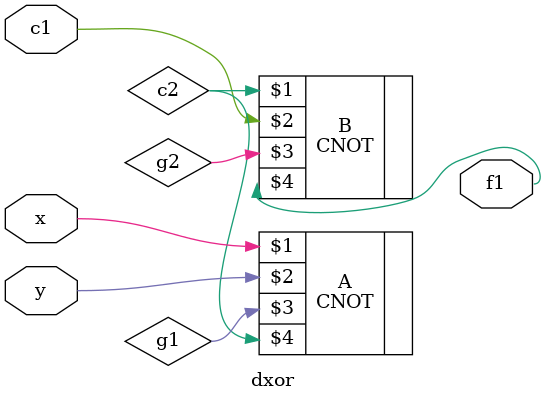
<source format=v>
`timescale 1ns / 1ps


module dxor(x,y,c1,f1

    );
    input x,y,c1;
    output f1;
    wire c2,g1,g2;
    CNOT A (x,y,g1,c2);
    CNOT B (c2,c1,g2,f1);
endmodule
</source>
